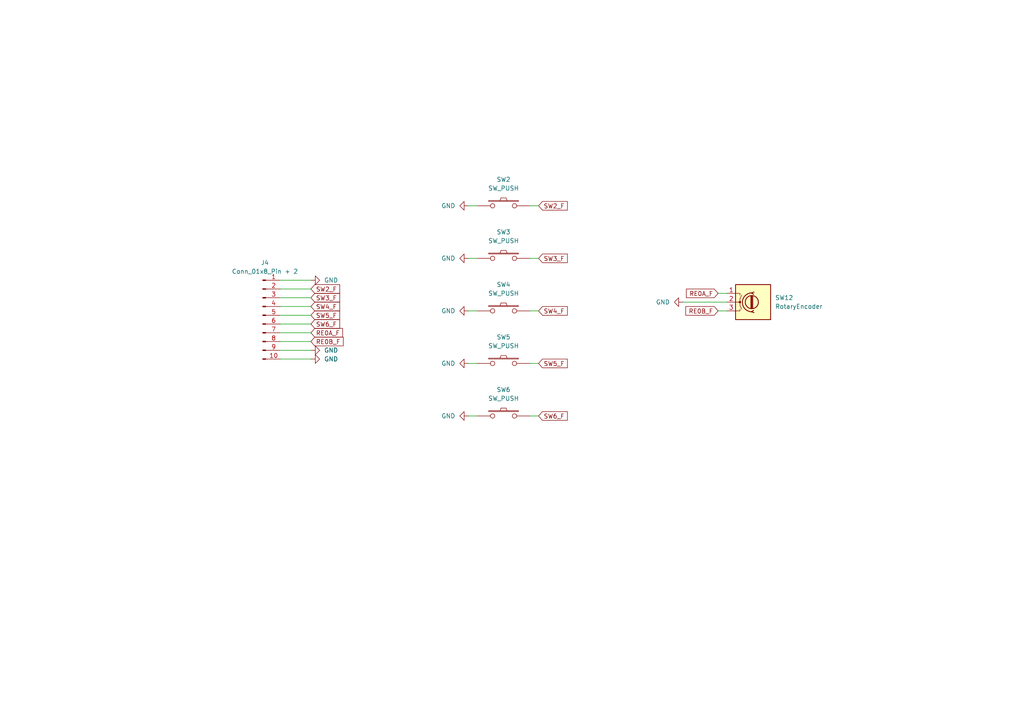
<source format=kicad_sch>
(kicad_sch (version 20230121) (generator eeschema)
  (paper "A4")
  (lib_symbols
    (symbol "Connector:Conn_01x10_Pin" (pin_names (offset 1.016) hide)
      (property "Reference" "J" (at 0 12.7 0))
      (property "Value" "Conn_01x10_Pin" (at 0 -15.24 0))
      (symbol "Conn_01x10_Pin_1_1"
        (polyline (pts (xy 1.27 -12.7) (xy 0.8636 -12.7)) (stroke (width 0.1524)))
        (polyline (pts (xy 1.27 -10.16) (xy 0.8636 -10.16)) (stroke (width 0.1524)))
        (polyline (pts (xy 1.27 -7.62) (xy 0.8636 -7.62)) (stroke (width 0.1524)))
        (polyline (pts (xy 1.27 -5.08) (xy 0.8636 -5.08)) (stroke (width 0.1524)))
        (polyline (pts (xy 1.27 -2.54) (xy 0.8636 -2.54)) (stroke (width 0.1524)))
        (polyline (pts (xy 1.27 0) (xy 0.8636 0)) (stroke (width 0.1524)))
        (polyline (pts (xy 1.27 2.54) (xy 0.8636 2.54)) (stroke (width 0.1524)))
        (polyline (pts (xy 1.27 5.08) (xy 0.8636 5.08)) (stroke (width 0.1524)))
        (polyline (pts (xy 1.27 7.62) (xy 0.8636 7.62)) (stroke (width 0.1524)))
        (polyline (pts (xy 1.27 10.16) (xy 0.8636 10.16)) (stroke (width 0.1524)))
        (rectangle (start 0.8636 -12.573) (end 0 -12.827) (stroke (width 0.1524)) (fill (type outline)))
        (rectangle (start 0.8636 -10.033) (end 0 -10.287) (stroke (width 0.1524)) (fill (type outline)))
        (rectangle (start 0.8636 -7.493) (end 0 -7.747) (stroke (width 0.1524)) (fill (type outline)))
        (rectangle (start 0.8636 -4.953) (end 0 -5.207) (stroke (width 0.1524)) (fill (type outline)))
        (rectangle (start 0.8636 -2.413) (end 0 -2.667) (stroke (width 0.1524)) (fill (type outline)))
        (rectangle (start 0.8636 0.127) (end 0 -0.127) (stroke (width 0.1524)) (fill (type outline)))
        (rectangle (start 0.8636 2.667) (end 0 2.413) (stroke (width 0.1524)) (fill (type outline)))
        (rectangle (start 0.8636 5.207) (end 0 4.953) (stroke (width 0.1524)) (fill (type outline)))
        (rectangle (start 0.8636 7.747) (end 0 7.493) (stroke (width 0.1524)) (fill (type outline)))
        (rectangle (start 0.8636 10.287) (end 0 10.033) (stroke (width 0.1524)) (fill (type outline)))
        (pin passive line (at 5.08 10.16 180) (length 3.81) (name "Pin_1") (number "1"))
        (pin passive line (at 5.08 -12.7 180) (length 3.81) (name "Pin_10") (number "10"))
        (pin passive line (at 5.08 7.62 180) (length 3.81) (name "Pin_2") (number "2"))
        (pin passive line (at 5.08 5.08 180) (length 3.81) (name "Pin_3") (number "3"))
        (pin passive line (at 5.08 2.54 180) (length 3.81) (name "Pin_4") (number "4"))
        (pin passive line (at 5.08 0 180) (length 3.81) (name "Pin_5") (number "5"))
        (pin passive line (at 5.08 -2.54 180) (length 3.81) (name "Pin_6") (number "6"))
        (pin passive line (at 5.08 -5.08 180) (length 3.81) (name "Pin_7") (number "7"))
        (pin passive line (at 5.08 -7.62 180) (length 3.81) (name "Pin_8") (number "8"))
        (pin passive line (at 5.08 -10.16 180) (length 3.81) (name "Pin_9") (number "9"))
      )
    )
    (symbol "Device:RotaryEncoder" (pin_names (offset 0.254) hide)
      (property "Reference" "SW15" (at 6.35 1.27 0))
      (property "Value" "RotaryEncoder" (at 6.35 -1.27 0))
      (symbol "RotaryEncoder_0_1"
        (rectangle (start -5.08 5.08) (end 5.08 -5.08) (stroke (width 0.254)) (fill (type background)))
        (circle (center -3.81 0) (radius 0.254) (fill (type outline)))
        (circle (center -0.381 0) (radius 1.905) (stroke (width 0.254)))
        (arc (start -0.381 2.667) (mid -3.0988 -0.0635) (end -0.381 -2.794) (stroke (width 0.254)))
        (polyline (pts (xy -0.635 -1.778) (xy -0.635 1.778)) (stroke (width 0.254)))
        (polyline (pts (xy -0.381 -1.778) (xy -0.381 1.778)) (stroke (width 0.254)))
        (polyline (pts (xy -0.127 1.778) (xy -0.127 -1.778)) (stroke (width 0.254)))
        (polyline (pts (xy -5.08 -2.54) (xy -3.81 -2.54) (xy -3.81 -2.032)))
        (polyline (pts (xy -5.08 2.54) (xy -3.81 2.54) (xy -3.81 2.032)))
        (polyline (pts (xy 0.254 -3.048) (xy -0.508 -2.794) (xy 0.127 -2.413)) (stroke (width 0.254)))
        (polyline (pts (xy 0.254 2.921) (xy -0.508 2.667) (xy 0.127 2.286)) (stroke (width 0.254)))
        (polyline (pts (xy -5.08 0) (xy -3.81 0) (xy -3.81 -1.016) (xy -3.302 -2.032)))
        (polyline (pts (xy -4.318 0) (xy -3.81 0) (xy -3.81 1.016) (xy -3.302 2.032)))
      )
      (symbol "RotaryEncoder_1_1"
        (pin passive line (at -7.62 2.54 0) (length 2.54) (name "A") (number "1"))
        (pin passive line (at -7.62 0 0) (length 2.54) (name "2") (number "2"))
        (pin passive line (at -7.62 -2.54 0) (length 2.54) (name "3") (number "3"))
      )
    )
    (symbol "kbd:SW_PUSH" (pin_numbers hide) (pin_names (offset 1.016) hide)
      (property "Reference" "SW" (at 3.81 2.794 0))
      (property "Value" "SW_PUSH" (at 0 -2.032 0))
      (symbol "SW_PUSH_0_1"
        (rectangle (start -4.318 1.27) (end 4.318 1.524))
        (polyline (pts (xy -1.016 1.524) (xy -0.762 2.286) (xy 0.762 2.286) (xy 1.016 1.524)))
        (pin passive inverted (at -7.62 0 0) (length 5.08) (name "1") (number "1"))
        (pin passive inverted (at 7.62 0 180) (length 5.08) (name "2") (number "2"))
      )
    )
    (symbol "power:GND" (power) (pin_names (offset 0))
      (property "Value" "GND" (at 0 -3.81 0))
      (symbol "GND_0_1"
        (polyline (pts (xy 0 0) (xy 0 -1.27) (xy 1.27 -1.27) (xy 0 -2.54) (xy -1.27 -1.27) (xy 0 -1.27)))
      )
      (symbol "GND_1_1"
        (pin power_in line (at 0 0 270) (length 0) hide (name "GND") (number "1"))
      )
    )
  )
  (wire (pts (xy 81.28 93.98) (xy 90.17 93.98)))
  (wire (pts (xy 135.89 120.65) (xy 138.43 120.65)))
  (wire (pts (xy 153.67 90.17) (xy 156.21 90.17)))
  (wire (pts (xy 81.28 88.9) (xy 90.17 88.9)))
  (wire (pts (xy 81.28 91.44) (xy 90.17 91.44)))
  (wire (pts (xy 81.28 83.82) (xy 90.17 83.82)))
  (wire (pts (xy 153.67 120.65) (xy 156.21 120.65)))
  (wire (pts (xy 81.28 86.36) (xy 90.17 86.36)))
  (wire (pts (xy 208.28 90.17) (xy 210.82 90.17)))
  (wire (pts (xy 81.28 81.28) (xy 90.17 81.28)))
  (wire (pts (xy 198.12 87.63) (xy 210.82 87.63)))
  (wire (pts (xy 81.28 96.52) (xy 90.17 96.52)))
  (wire (pts (xy 208.28 85.09) (xy 210.82 85.09)))
  (wire (pts (xy 153.67 105.41) (xy 156.21 105.41)))
  (wire (pts (xy 135.89 74.93) (xy 138.43 74.93)))
  (wire (pts (xy 153.67 74.93) (xy 156.21 74.93)))
  (wire (pts (xy 81.28 104.14) (xy 90.17 104.14)))
  (wire (pts (xy 135.89 105.41) (xy 138.43 105.41)))
  (wire (pts (xy 135.89 90.17) (xy 138.43 90.17)))
  (wire (pts (xy 135.89 59.69) (xy 138.43 59.69)))
  (wire (pts (xy 81.28 101.6) (xy 90.17 101.6)))
  (wire (pts (xy 81.28 99.06) (xy 90.17 99.06)))
  (wire (pts (xy 153.67 59.69) (xy 156.21 59.69)))
  (global_label "RE0A_F" (shape input) (at 90.17 96.52 0) (property "Intersheetrefs" "${INTERSHEET_REFS}" (effects hide)))
  (global_label "SW3_F" (shape input) (at 156.21 74.93 0) (property "Intersheetrefs" "${INTERSHEET_REFS}" (effects hide)))
  (global_label "RE0A_F" (shape input) (at 208.28 85.09 180) (property "Intersheetrefs" "${INTERSHEET_REFS}" (effects hide)))
  (global_label "SW6_F" (shape input) (at 156.21 120.65 0) (property "Intersheetrefs" "${INTERSHEET_REFS}" (effects hide)))
  (global_label "SW4_F" (shape input) (at 90.17 88.9 0) (property "Intersheetrefs" "${INTERSHEET_REFS}" (effects hide)))
  (global_label "SW5_F" (shape input) (at 156.21 105.41 0) (property "Intersheetrefs" "${INTERSHEET_REFS}" (effects hide)))
  (global_label "SW3_F" (shape input) (at 90.17 86.36 0) (property "Intersheetrefs" "${INTERSHEET_REFS}" (effects hide)))
  (global_label "RE0B_F" (shape input) (at 90.17 99.06 0) (property "Intersheetrefs" "${INTERSHEET_REFS}" (effects hide)))
  (global_label "RE0B_F" (shape input) (at 208.28 90.17 180) (property "Intersheetrefs" "${INTERSHEET_REFS}" (effects hide)))
  (global_label "SW6_F" (shape input) (at 90.17 93.98 0) (property "Intersheetrefs" "${INTERSHEET_REFS}" (effects hide)))
  (global_label "SW4_F" (shape input) (at 156.21 90.17 0) (property "Intersheetrefs" "${INTERSHEET_REFS}" (effects hide)))
  (global_label "SW2_F" (shape input) (at 156.21 59.69 0) (property "Intersheetrefs" "${INTERSHEET_REFS}" (effects hide)))
  (global_label "SW5_F" (shape input) (at 90.17 91.44 0) (property "Intersheetrefs" "${INTERSHEET_REFS}" (effects hide)))
  (global_label "SW2_F" (shape input) (at 90.17 83.82 0) (property "Intersheetrefs" "${INTERSHEET_REFS}" (effects hide)))
  (symbol (lib_id "kbd:SW_PUSH") (at 146.05 90.17 0) (unit 1)
    (property "Reference" "SW4" (at 146.05 82.55 0))
    (property "Value" "SW_PUSH" (at 146.05 85.09 0))
    (property "Footprint" "0:SW-TH_L6.2-W6.2-P5.00" (effects hide))
    (property "LCSC" "C400268" (effects hide))
  )
  (symbol (lib_id "kbd:SW_PUSH") (at 146.05 105.41 0) (unit 1)
    (property "Reference" "SW5" (at 146.05 97.79 0))
    (property "Value" "SW_PUSH" (at 146.05 100.33 0))
    (property "Footprint" "0:SW-TH_L6.2-W6.2-P5.00" (effects hide))
    (property "LCSC" "C400268" (effects hide))
  )
  (symbol (lib_id "power:GND") (at 198.12 87.63 270) (unit 1)
    (property "Reference" "#PWR042" (effects hide))
    (property "Value" "GND" (at 194.31 87.63 90) (effects (justify right)))
  )
  (symbol (lib_id "kbd:SW_PUSH") (at 146.05 120.65 0) (unit 1)
    (property "Reference" "SW6" (at 146.05 113.03 0))
    (property "Value" "SW_PUSH" (at 146.05 115.57 0))
    (property "Footprint" "0:SW-TH_L6.2-W6.2-P5.00" (effects hide))
    (property "LCSC" "C400268" (effects hide))
  )
  (symbol (lib_id "kbd:SW_PUSH") (at 146.05 74.93 0) (unit 1)
    (property "Reference" "SW3" (at 146.05 67.31 0))
    (property "Value" "SW_PUSH" (at 146.05 69.85 0))
    (property "Footprint" "0:SW-TH_L6.2-W6.2-P5.00" (effects hide))
    (property "LCSC" "C400268" (effects hide))
  )
  (symbol (lib_id "power:GND") (at 135.89 59.69 270) (unit 1)
    (property "Reference" "#PWR06" (effects hide))
    (property "Value" "GND" (at 132.08 59.69 90) (effects (justify right)))
  )
  (symbol (lib_id "kbd:SW_PUSH") (at 146.05 59.69 0) (unit 1)
    (property "Reference" "SW2" (at 146.05 52.07 0))
    (property "Value" "SW_PUSH" (at 146.05 54.61 0))
    (property "Footprint" "0:SW-TH_L6.2-W6.2-P5.00" (effects hide))
    (property "LCSC" "C400268" (effects hide))
  )
  (symbol (lib_id "power:GND") (at 135.89 120.65 270) (unit 1)
    (property "Reference" "#PWR041" (effects hide))
    (property "Value" "GND" (at 132.08 120.65 90) (effects (justify right)))
  )
  (symbol (lib_id "Connector:Conn_01x10_Pin") (at 76.2 91.44 0) (unit 1)
    (property "Reference" "J4" (at 76.835 76.2 0))
    (property "Value" "Conn_01x8_Pin + 2" (at 76.835 78.74 0))
    (property "Footprint" "0:FFCｺﾈｸﾀ_FPC-SMD_P0.50-8P_FGS-XJ-H2.0" (effects hide))
    (property "LCSC" "C262264" (effects hide))
  )
  (symbol (lib_id "power:GND") (at 90.17 101.6 90) (mirror x) (unit 1)
    (property "Reference" "#PWR03" (effects hide))
    (property "Value" "GND" (at 93.98 101.6 90) (effects (justify right)))
  )
  (symbol (lib_id "power:GND") (at 135.89 105.41 270) (unit 1)
    (property "Reference" "#PWR034" (effects hide))
    (property "Value" "GND" (at 132.08 105.41 90) (effects (justify right)))
  )
  (symbol (lib_id "power:GND") (at 135.89 74.93 270) (unit 1)
    (property "Reference" "#PWR029" (effects hide))
    (property "Value" "GND" (at 132.08 74.93 90) (effects (justify right)))
  )
  (symbol (lib_id "power:GND") (at 135.89 90.17 270) (unit 1)
    (property "Reference" "#PWR031" (effects hide))
    (property "Value" "GND" (at 132.08 90.17 90) (effects (justify right)))
  )
  (symbol (lib_id "Device:RotaryEncoder") (at 218.44 87.63 0) (unit 1)
    (property "Reference" "SW12" (at 224.79 86.36 0) (effects (justify left)))
    (property "Value" "RotaryEncoder" (at 224.79 88.9 0) (effects (justify left)))
    (property "Footprint" "0:SW-TH_CEN971112R02" (effects hide))
    (property "LCSC" "C400278" (effects hide))
  )
  (symbol (lib_id "power:GND") (at 90.17 104.14 90) (mirror x) (unit 1)
    (property "Reference" "#PWR04" (effects hide))
    (property "Value" "GND" (at 93.98 104.14 90) (effects (justify right)))
  )
  (symbol (lib_id "power:GND") (at 90.17 81.28 90) (mirror x) (unit 1)
    (property "Reference" "#PWR02" (effects hide))
    (property "Value" "GND" (at 93.98 81.28 90) (effects (justify right)))
  )
)
</source>
